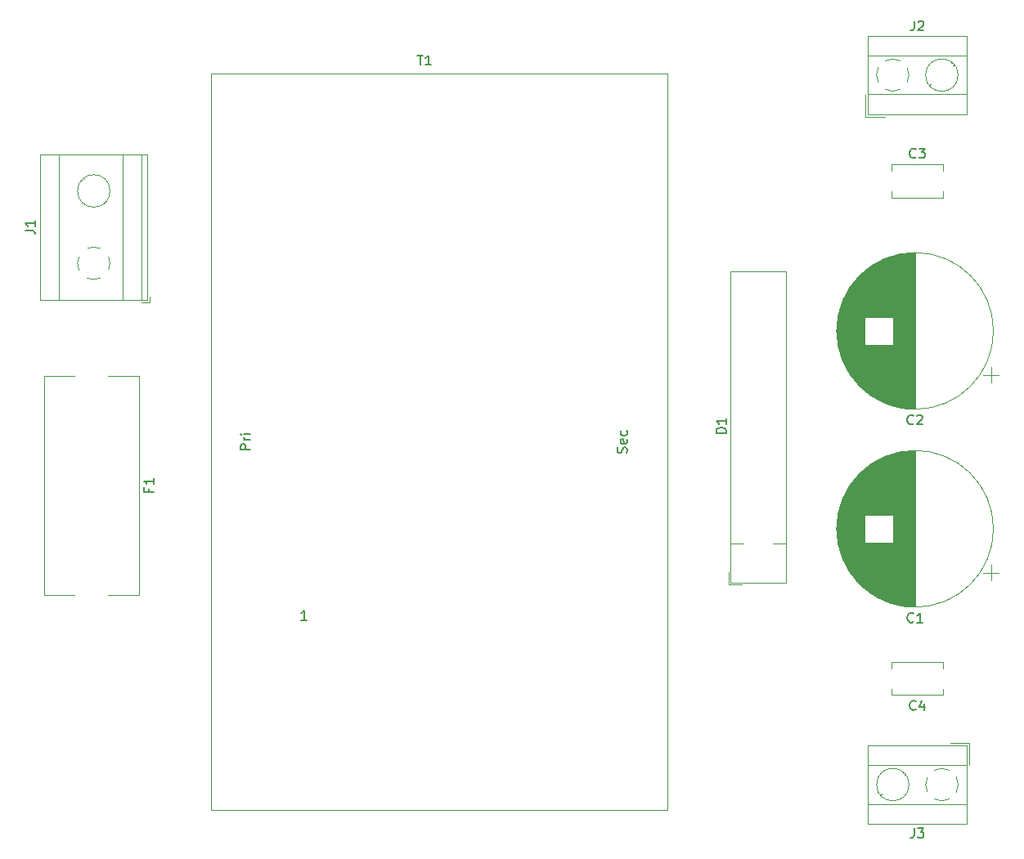
<source format=gbr>
%TF.GenerationSoftware,KiCad,Pcbnew,(6.0.2)*%
%TF.CreationDate,2022-12-31T16:00:28+03:00*%
%TF.ProjectId,mcuPower,6d637550-6f77-4657-922e-6b696361645f,rev?*%
%TF.SameCoordinates,Original*%
%TF.FileFunction,Legend,Top*%
%TF.FilePolarity,Positive*%
%FSLAX46Y46*%
G04 Gerber Fmt 4.6, Leading zero omitted, Abs format (unit mm)*
G04 Created by KiCad (PCBNEW (6.0.2)) date 2022-12-31 16:00:28*
%MOMM*%
%LPD*%
G01*
G04 APERTURE LIST*
%ADD10C,0.150000*%
%ADD11C,0.120000*%
G04 APERTURE END LIST*
D10*
%TO.C,C4*%
X140333333Y-124707142D02*
X140285714Y-124754761D01*
X140142857Y-124802380D01*
X140047619Y-124802380D01*
X139904761Y-124754761D01*
X139809523Y-124659523D01*
X139761904Y-124564285D01*
X139714285Y-124373809D01*
X139714285Y-124230952D01*
X139761904Y-124040476D01*
X139809523Y-123945238D01*
X139904761Y-123850000D01*
X140047619Y-123802380D01*
X140142857Y-123802380D01*
X140285714Y-123850000D01*
X140333333Y-123897619D01*
X141190476Y-124135714D02*
X141190476Y-124802380D01*
X140952380Y-123754761D02*
X140714285Y-124469047D01*
X141333333Y-124469047D01*
%TO.C,T1*%
X88738095Y-56952380D02*
X89309523Y-56952380D01*
X89023809Y-57952380D02*
X89023809Y-56952380D01*
X90166666Y-57952380D02*
X89595238Y-57952380D01*
X89880952Y-57952380D02*
X89880952Y-56952380D01*
X89785714Y-57095238D01*
X89690476Y-57190476D01*
X89595238Y-57238095D01*
X71452380Y-97809523D02*
X70452380Y-97809523D01*
X70452380Y-97428571D01*
X70500000Y-97333333D01*
X70547619Y-97285714D01*
X70642857Y-97238095D01*
X70785714Y-97238095D01*
X70880952Y-97285714D01*
X70928571Y-97333333D01*
X70976190Y-97428571D01*
X70976190Y-97809523D01*
X71452380Y-96809523D02*
X70785714Y-96809523D01*
X70976190Y-96809523D02*
X70880952Y-96761904D01*
X70833333Y-96714285D01*
X70785714Y-96619047D01*
X70785714Y-96523809D01*
X71452380Y-96190476D02*
X70785714Y-96190476D01*
X70452380Y-96190476D02*
X70500000Y-96238095D01*
X70547619Y-96190476D01*
X70500000Y-96142857D01*
X70452380Y-96190476D01*
X70547619Y-96190476D01*
X110404761Y-98142857D02*
X110452380Y-98000000D01*
X110452380Y-97761904D01*
X110404761Y-97666666D01*
X110357142Y-97619047D01*
X110261904Y-97571428D01*
X110166666Y-97571428D01*
X110071428Y-97619047D01*
X110023809Y-97666666D01*
X109976190Y-97761904D01*
X109928571Y-97952380D01*
X109880952Y-98047619D01*
X109833333Y-98095238D01*
X109738095Y-98142857D01*
X109642857Y-98142857D01*
X109547619Y-98095238D01*
X109500000Y-98047619D01*
X109452380Y-97952380D01*
X109452380Y-97714285D01*
X109500000Y-97571428D01*
X110404761Y-96761904D02*
X110452380Y-96857142D01*
X110452380Y-97047619D01*
X110404761Y-97142857D01*
X110309523Y-97190476D01*
X109928571Y-97190476D01*
X109833333Y-97142857D01*
X109785714Y-97047619D01*
X109785714Y-96857142D01*
X109833333Y-96761904D01*
X109928571Y-96714285D01*
X110023809Y-96714285D01*
X110119047Y-97190476D01*
X110404761Y-95857142D02*
X110452380Y-95952380D01*
X110452380Y-96142857D01*
X110404761Y-96238095D01*
X110357142Y-96285714D01*
X110261904Y-96333333D01*
X109976190Y-96333333D01*
X109880952Y-96285714D01*
X109833333Y-96238095D01*
X109785714Y-96142857D01*
X109785714Y-95952380D01*
X109833333Y-95857142D01*
X77285714Y-115452380D02*
X76714285Y-115452380D01*
X77000000Y-115452380D02*
X77000000Y-114452380D01*
X76904761Y-114595238D01*
X76809523Y-114690476D01*
X76714285Y-114738095D01*
%TO.C,J3*%
X140171666Y-137012380D02*
X140171666Y-137726666D01*
X140124047Y-137869523D01*
X140028809Y-137964761D01*
X139885952Y-138012380D01*
X139790714Y-138012380D01*
X140552619Y-137012380D02*
X141171666Y-137012380D01*
X140838333Y-137393333D01*
X140981190Y-137393333D01*
X141076428Y-137440952D01*
X141124047Y-137488571D01*
X141171666Y-137583809D01*
X141171666Y-137821904D01*
X141124047Y-137917142D01*
X141076428Y-137964761D01*
X140981190Y-138012380D01*
X140695476Y-138012380D01*
X140600238Y-137964761D01*
X140552619Y-137917142D01*
%TO.C,J2*%
X140161666Y-53392380D02*
X140161666Y-54106666D01*
X140114047Y-54249523D01*
X140018809Y-54344761D01*
X139875952Y-54392380D01*
X139780714Y-54392380D01*
X140590238Y-53487619D02*
X140637857Y-53440000D01*
X140733095Y-53392380D01*
X140971190Y-53392380D01*
X141066428Y-53440000D01*
X141114047Y-53487619D01*
X141161666Y-53582857D01*
X141161666Y-53678095D01*
X141114047Y-53820952D01*
X140542619Y-54392380D01*
X141161666Y-54392380D01*
%TO.C,J1*%
X48142380Y-75083333D02*
X48856666Y-75083333D01*
X48999523Y-75130952D01*
X49094761Y-75226190D01*
X49142380Y-75369047D01*
X49142380Y-75464285D01*
X49142380Y-74083333D02*
X49142380Y-74654761D01*
X49142380Y-74369047D02*
X48142380Y-74369047D01*
X48285238Y-74464285D01*
X48380476Y-74559523D01*
X48428095Y-74654761D01*
%TO.C,F1*%
X60928571Y-101833333D02*
X60928571Y-102166666D01*
X61452380Y-102166666D02*
X60452380Y-102166666D01*
X60452380Y-101690476D01*
X61452380Y-100785714D02*
X61452380Y-101357142D01*
X61452380Y-101071428D02*
X60452380Y-101071428D01*
X60595238Y-101166666D01*
X60690476Y-101261904D01*
X60738095Y-101357142D01*
%TO.C,D1*%
X120694880Y-96095595D02*
X119694880Y-96095595D01*
X119694880Y-95857500D01*
X119742500Y-95714642D01*
X119837738Y-95619404D01*
X119932976Y-95571785D01*
X120123452Y-95524166D01*
X120266309Y-95524166D01*
X120456785Y-95571785D01*
X120552023Y-95619404D01*
X120647261Y-95714642D01*
X120694880Y-95857500D01*
X120694880Y-96095595D01*
X120694880Y-94571785D02*
X120694880Y-95143214D01*
X120694880Y-94857500D02*
X119694880Y-94857500D01*
X119837738Y-94952738D01*
X119932976Y-95047976D01*
X119980595Y-95143214D01*
%TO.C,C3*%
X140333333Y-67507142D02*
X140285714Y-67554761D01*
X140142857Y-67602380D01*
X140047619Y-67602380D01*
X139904761Y-67554761D01*
X139809523Y-67459523D01*
X139761904Y-67364285D01*
X139714285Y-67173809D01*
X139714285Y-67030952D01*
X139761904Y-66840476D01*
X139809523Y-66745238D01*
X139904761Y-66650000D01*
X140047619Y-66602380D01*
X140142857Y-66602380D01*
X140285714Y-66650000D01*
X140333333Y-66697619D01*
X140666666Y-66602380D02*
X141285714Y-66602380D01*
X140952380Y-66983333D01*
X141095238Y-66983333D01*
X141190476Y-67030952D01*
X141238095Y-67078571D01*
X141285714Y-67173809D01*
X141285714Y-67411904D01*
X141238095Y-67507142D01*
X141190476Y-67554761D01*
X141095238Y-67602380D01*
X140809523Y-67602380D01*
X140714285Y-67554761D01*
X140666666Y-67507142D01*
%TO.C,C2*%
X140096088Y-95107142D02*
X140048469Y-95154761D01*
X139905612Y-95202380D01*
X139810374Y-95202380D01*
X139667516Y-95154761D01*
X139572278Y-95059523D01*
X139524659Y-94964285D01*
X139477040Y-94773809D01*
X139477040Y-94630952D01*
X139524659Y-94440476D01*
X139572278Y-94345238D01*
X139667516Y-94250000D01*
X139810374Y-94202380D01*
X139905612Y-94202380D01*
X140048469Y-94250000D01*
X140096088Y-94297619D01*
X140477040Y-94297619D02*
X140524659Y-94250000D01*
X140619897Y-94202380D01*
X140857993Y-94202380D01*
X140953231Y-94250000D01*
X141000850Y-94297619D01*
X141048469Y-94392857D01*
X141048469Y-94488095D01*
X141000850Y-94630952D01*
X140429421Y-95202380D01*
X141048469Y-95202380D01*
%TO.C,C1*%
X140096088Y-115607142D02*
X140048469Y-115654761D01*
X139905612Y-115702380D01*
X139810374Y-115702380D01*
X139667516Y-115654761D01*
X139572278Y-115559523D01*
X139524659Y-115464285D01*
X139477040Y-115273809D01*
X139477040Y-115130952D01*
X139524659Y-114940476D01*
X139572278Y-114845238D01*
X139667516Y-114750000D01*
X139810374Y-114702380D01*
X139905612Y-114702380D01*
X140048469Y-114750000D01*
X140096088Y-114797619D01*
X141048469Y-115702380D02*
X140477040Y-115702380D01*
X140762755Y-115702380D02*
X140762755Y-114702380D01*
X140667516Y-114845238D01*
X140572278Y-114940476D01*
X140477040Y-114988095D01*
D11*
%TO.C,C4*%
X143170000Y-123221000D02*
X143170000Y-122555000D01*
X137830000Y-123221000D02*
X137830000Y-122555000D01*
X137830000Y-120445000D02*
X137830000Y-119779000D01*
X143170000Y-123221000D02*
X137830000Y-123221000D01*
X143170000Y-120445000D02*
X143170000Y-119779000D01*
X143170000Y-119779000D02*
X137830000Y-119779000D01*
%TO.C,T1*%
X67380000Y-58880000D02*
X67380000Y-135120000D01*
X114620000Y-135120000D02*
X67380000Y-135120000D01*
X114620000Y-135120000D02*
X114620000Y-58880000D01*
X67380000Y-58880000D02*
X114620000Y-58880000D01*
%TO.C,J3*%
X145885000Y-128200000D02*
X143885000Y-128200000D01*
X139145000Y-131524000D02*
X139239000Y-131431000D01*
X145645000Y-130500000D02*
X135365000Y-130500000D01*
X145645000Y-128440000D02*
X135365000Y-128440000D01*
X138975000Y-131284000D02*
X139034000Y-131226000D01*
X145645000Y-136560000D02*
X145645000Y-128440000D01*
X135365000Y-136560000D02*
X135365000Y-128440000D01*
X145645000Y-136560000D02*
X135365000Y-136560000D01*
X136690000Y-133569000D02*
X136784000Y-133476000D01*
X145645000Y-134500000D02*
X135365000Y-134500000D01*
X136895000Y-133775000D02*
X136954000Y-133716000D01*
X145885000Y-130440000D02*
X145885000Y-128200000D01*
X143045000Y-130820000D02*
G75*
G03*
X142256288Y-131016648I-2J-1679991D01*
G01*
X144529000Y-133289000D02*
G75*
G03*
X144528953Y-131710911I-1483995J789000D01*
G01*
X141561000Y-131711000D02*
G75*
G03*
X141561047Y-133289089I1483995J-789000D01*
G01*
X142256000Y-133984000D02*
G75*
G03*
X143834089Y-133983953I789000J1483995D01*
G01*
X143834000Y-131016000D02*
G75*
G03*
X143015617Y-130819550I-788998J-1483995D01*
G01*
X139645000Y-132500000D02*
G75*
G03*
X139645000Y-132500000I-1680000J0D01*
G01*
%TO.C,J2*%
X135115000Y-63300000D02*
X137115000Y-63300000D01*
X141855000Y-59976000D02*
X141761000Y-60069000D01*
X135355000Y-61000000D02*
X145635000Y-61000000D01*
X135355000Y-63060000D02*
X145635000Y-63060000D01*
X142025000Y-60216000D02*
X141966000Y-60274000D01*
X135355000Y-54940000D02*
X135355000Y-63060000D01*
X145635000Y-54940000D02*
X145635000Y-63060000D01*
X135355000Y-54940000D02*
X145635000Y-54940000D01*
X144310000Y-57931000D02*
X144216000Y-58024000D01*
X135355000Y-57000000D02*
X145635000Y-57000000D01*
X144105000Y-57725000D02*
X144046000Y-57784000D01*
X135115000Y-61060000D02*
X135115000Y-63300000D01*
X137955000Y-60680000D02*
G75*
G03*
X138743712Y-60483352I2J1679991D01*
G01*
X136471000Y-58211000D02*
G75*
G03*
X136471047Y-59789089I1483995J-789000D01*
G01*
X139439000Y-59789000D02*
G75*
G03*
X139438953Y-58210911I-1483995J789000D01*
G01*
X138744000Y-57516000D02*
G75*
G03*
X137165911Y-57516047I-789000J-1483995D01*
G01*
X137166000Y-60484000D02*
G75*
G03*
X137984383Y-60680450I788998J1483995D01*
G01*
X144715000Y-59000000D02*
G75*
G03*
X144715000Y-59000000I-1680000J0D01*
G01*
%TO.C,J1*%
X60150000Y-82310000D02*
X60150000Y-67190000D01*
X58250000Y-82310000D02*
X58250000Y-67190000D01*
X49690000Y-82310000D02*
X60810000Y-82310000D01*
X49690000Y-67190000D02*
X60810000Y-67190000D01*
X49690000Y-82310000D02*
X49690000Y-67190000D01*
X51650000Y-82310000D02*
X51650000Y-67190000D01*
X60210000Y-82550000D02*
X61050000Y-82550000D01*
X61050000Y-82550000D02*
X61050000Y-81950000D01*
X60810000Y-82310000D02*
X60810000Y-67190000D01*
X56273000Y-72227000D02*
X56319000Y-72274000D01*
X54181000Y-69725000D02*
X54227000Y-69772000D01*
X53975000Y-69930000D02*
X54011000Y-69965000D01*
X56489000Y-72034000D02*
X56524000Y-72069000D01*
X56930000Y-78500000D02*
G75*
G03*
X56784756Y-77816682I-1679992J1D01*
G01*
X55934000Y-76965000D02*
G75*
G03*
X54566958Y-76964573I-684001J-1534993D01*
G01*
X56785000Y-79184000D02*
G75*
G03*
X56930253Y-78471195I-1535001J683999D01*
G01*
X53715000Y-77816000D02*
G75*
G03*
X53714573Y-79183042I1534993J-684001D01*
G01*
X54566000Y-80035000D02*
G75*
G03*
X55933042Y-80035427I684001J1534993D01*
G01*
X56930000Y-71000000D02*
G75*
G03*
X56930000Y-71000000I-1680000J0D01*
G01*
%TO.C,F1*%
X56750000Y-112860000D02*
X59910000Y-112860000D01*
X56750000Y-90140000D02*
X59910000Y-90140000D01*
X50090000Y-90140000D02*
X53250000Y-90140000D01*
X50090000Y-112860000D02*
X53250000Y-112860000D01*
X50090000Y-90140000D02*
X50090000Y-112860000D01*
X59910000Y-90140000D02*
X59910000Y-112860000D01*
%TO.C,D1*%
X121142500Y-79357500D02*
X126942500Y-79357500D01*
X121142500Y-107507500D02*
X122542500Y-107507500D01*
X126942500Y-107507500D02*
X125542500Y-107507500D01*
X121142500Y-111557500D02*
X121142500Y-79357500D01*
X122342500Y-111757500D02*
X120942500Y-111757500D01*
X120942500Y-111757500D02*
X120942500Y-110457500D01*
X126942500Y-79357500D02*
X126942500Y-111557500D01*
X126942500Y-111557500D02*
X121142500Y-111557500D01*
%TO.C,C3*%
X137830000Y-68279000D02*
X137830000Y-68945000D01*
X143170000Y-68279000D02*
X143170000Y-68945000D01*
X143170000Y-71055000D02*
X143170000Y-71721000D01*
X137830000Y-68279000D02*
X143170000Y-68279000D01*
X137830000Y-71055000D02*
X137830000Y-71721000D01*
X137830000Y-71721000D02*
X143170000Y-71721000D01*
%TO.C,C2*%
X148382755Y-85500000D02*
G75*
G03*
X148382755Y-85500000I-8120000J0D01*
G01*
X136101755Y-84060000D02*
X136101755Y-78566000D01*
X134461755Y-91143000D02*
X134461755Y-79857000D01*
X136661755Y-92739000D02*
X136661755Y-86940000D01*
X137341755Y-84060000D02*
X137341755Y-77963000D01*
X137581755Y-93125000D02*
X137581755Y-86940000D01*
X136541755Y-92678000D02*
X136541755Y-86940000D01*
X134021755Y-90656000D02*
X134021755Y-80344000D01*
X132741755Y-88524000D02*
X132741755Y-82476000D01*
X137421755Y-84060000D02*
X137421755Y-77932000D01*
X135461755Y-92010000D02*
X135461755Y-86940000D01*
X140142755Y-93580000D02*
X140142755Y-77420000D01*
X132421755Y-87574000D02*
X132421755Y-83426000D01*
X139301755Y-93524000D02*
X139301755Y-77476000D01*
X135901755Y-84060000D02*
X135901755Y-78689000D01*
X132341755Y-87252000D02*
X132341755Y-83748000D01*
X137741755Y-84060000D02*
X137741755Y-77820000D01*
X133981755Y-90608000D02*
X133981755Y-80392000D01*
X135421755Y-91980000D02*
X135421755Y-86940000D01*
X138981755Y-93479000D02*
X138981755Y-77521000D01*
X139501755Y-93545000D02*
X139501755Y-77455000D01*
X139902755Y-93573000D02*
X139902755Y-77427000D01*
X136461755Y-92636000D02*
X136461755Y-86940000D01*
X135141755Y-91763000D02*
X135141755Y-86940000D01*
X132941755Y-88975000D02*
X132941755Y-82025000D01*
X136301755Y-92549000D02*
X136301755Y-86940000D01*
X135581755Y-84060000D02*
X135581755Y-78904000D01*
X133701755Y-90246000D02*
X133701755Y-80754000D01*
X135541755Y-92068000D02*
X135541755Y-86940000D01*
X132821755Y-88713000D02*
X132821755Y-82287000D01*
X148952246Y-90055000D02*
X147352246Y-90055000D01*
X132541755Y-87978000D02*
X132541755Y-83022000D01*
X136421755Y-84060000D02*
X136421755Y-78385000D01*
X136141755Y-92458000D02*
X136141755Y-86940000D01*
X137141755Y-84060000D02*
X137141755Y-78043000D01*
X132381755Y-87420000D02*
X132381755Y-83580000D01*
X135861755Y-92285000D02*
X135861755Y-86940000D01*
X139421755Y-93537000D02*
X139421755Y-77463000D01*
X138781755Y-93444000D02*
X138781755Y-77556000D01*
X132181755Y-86265000D02*
X132181755Y-84735000D01*
X139662755Y-93558000D02*
X139662755Y-77442000D01*
X135901755Y-92311000D02*
X135901755Y-86940000D01*
X136101755Y-92434000D02*
X136101755Y-86940000D01*
X139822755Y-93569000D02*
X139822755Y-77431000D01*
X138901755Y-93466000D02*
X138901755Y-77534000D01*
X137901755Y-84060000D02*
X137901755Y-77770000D01*
X140262755Y-93581000D02*
X140262755Y-77419000D01*
X139021755Y-93485000D02*
X139021755Y-77515000D01*
X132661755Y-88320000D02*
X132661755Y-82680000D01*
X139061755Y-93491000D02*
X139061755Y-77509000D01*
X133581755Y-90077000D02*
X133581755Y-80923000D01*
X137861755Y-84060000D02*
X137861755Y-77782000D01*
X135341755Y-84060000D02*
X135341755Y-79080000D01*
X138181755Y-93310000D02*
X138181755Y-77690000D01*
X137661755Y-93153000D02*
X137661755Y-86940000D01*
X136981755Y-84060000D02*
X136981755Y-78111000D01*
X139942755Y-93574000D02*
X139942755Y-77426000D01*
X139261755Y-93519000D02*
X139261755Y-77481000D01*
X135101755Y-84060000D02*
X135101755Y-79270000D01*
X135701755Y-84060000D02*
X135701755Y-78821000D01*
X136341755Y-92572000D02*
X136341755Y-86940000D01*
X133781755Y-90354000D02*
X133781755Y-80646000D01*
X135181755Y-84060000D02*
X135181755Y-79205000D01*
X138021755Y-93265000D02*
X138021755Y-77735000D01*
X135621755Y-84060000D02*
X135621755Y-78876000D01*
X136581755Y-92699000D02*
X136581755Y-86940000D01*
X138461755Y-93378000D02*
X138461755Y-77622000D01*
X137421755Y-93068000D02*
X137421755Y-86940000D01*
X132901755Y-88890000D02*
X132901755Y-82110000D01*
X132621755Y-88211000D02*
X132621755Y-82789000D01*
X137581755Y-84060000D02*
X137581755Y-77875000D01*
X135741755Y-92206000D02*
X135741755Y-86940000D01*
X134621755Y-91302000D02*
X134621755Y-79698000D01*
X135381755Y-91950000D02*
X135381755Y-86940000D01*
X136141755Y-84060000D02*
X136141755Y-78542000D01*
X134781755Y-91452000D02*
X134781755Y-79548000D01*
X139541755Y-93549000D02*
X139541755Y-77451000D01*
X137781755Y-93193000D02*
X137781755Y-86940000D01*
X137341755Y-93037000D02*
X137341755Y-86940000D01*
X139341755Y-93528000D02*
X139341755Y-77472000D01*
X138221755Y-93320000D02*
X138221755Y-77680000D01*
X135981755Y-92361000D02*
X135981755Y-86940000D01*
X135301755Y-84060000D02*
X135301755Y-79110000D01*
X138941755Y-93472000D02*
X138941755Y-77528000D01*
X137301755Y-84060000D02*
X137301755Y-77978000D01*
X137661755Y-84060000D02*
X137661755Y-77847000D01*
X133821755Y-90406000D02*
X133821755Y-80594000D01*
X135221755Y-84060000D02*
X135221755Y-79173000D01*
X133181755Y-89436000D02*
X133181755Y-81564000D01*
X136181755Y-84060000D02*
X136181755Y-78519000D01*
X133541755Y-90019000D02*
X133541755Y-80981000D01*
X133941755Y-90559000D02*
X133941755Y-80441000D01*
X133341755Y-89709000D02*
X133341755Y-81291000D01*
X134741755Y-91416000D02*
X134741755Y-79584000D01*
X135821755Y-92259000D02*
X135821755Y-86940000D01*
X137141755Y-92957000D02*
X137141755Y-86940000D01*
X133221755Y-89507000D02*
X133221755Y-81493000D01*
X139381755Y-93533000D02*
X139381755Y-77467000D01*
X134901755Y-91560000D02*
X134901755Y-79440000D01*
X138621755Y-93413000D02*
X138621755Y-77587000D01*
X137221755Y-84060000D02*
X137221755Y-78010000D01*
X138701755Y-93429000D02*
X138701755Y-77571000D01*
X136781755Y-92797000D02*
X136781755Y-86940000D01*
X136941755Y-84060000D02*
X136941755Y-78129000D01*
X136221755Y-92504000D02*
X136221755Y-86940000D01*
X134301755Y-90975000D02*
X134301755Y-80025000D01*
X139862755Y-93571000D02*
X139862755Y-77429000D01*
X138741755Y-93437000D02*
X138741755Y-77563000D01*
X139181755Y-93508000D02*
X139181755Y-77492000D01*
X135661755Y-84060000D02*
X135661755Y-78848000D01*
X133741755Y-90300000D02*
X133741755Y-80700000D01*
X136581755Y-84060000D02*
X136581755Y-78301000D01*
X133301755Y-89643000D02*
X133301755Y-81357000D01*
X134941755Y-91595000D02*
X134941755Y-79405000D01*
X136461755Y-84060000D02*
X136461755Y-78364000D01*
X136061755Y-84060000D02*
X136061755Y-78590000D01*
X135621755Y-92124000D02*
X135621755Y-86940000D01*
X134141755Y-90797000D02*
X134141755Y-80203000D01*
X135261755Y-91858000D02*
X135261755Y-86940000D01*
X139141755Y-93503000D02*
X139141755Y-77497000D01*
X136701755Y-92758000D02*
X136701755Y-86940000D01*
X137821755Y-84060000D02*
X137821755Y-77795000D01*
X133261755Y-89576000D02*
X133261755Y-81424000D01*
X137781755Y-84060000D02*
X137781755Y-77807000D01*
X133621755Y-90134000D02*
X133621755Y-80866000D01*
X135421755Y-84060000D02*
X135421755Y-79020000D01*
X132981755Y-89057000D02*
X132981755Y-81943000D01*
X137901755Y-93230000D02*
X137901755Y-86940000D01*
X135501755Y-92039000D02*
X135501755Y-86940000D01*
X136741755Y-84060000D02*
X136741755Y-78222000D01*
X137181755Y-92974000D02*
X137181755Y-86940000D01*
X137261755Y-93006000D02*
X137261755Y-86940000D01*
X136701755Y-84060000D02*
X136701755Y-78242000D01*
X136381755Y-92594000D02*
X136381755Y-86940000D01*
X140182755Y-93580000D02*
X140182755Y-77420000D01*
X137101755Y-84060000D02*
X137101755Y-78060000D01*
X135381755Y-84060000D02*
X135381755Y-79050000D01*
X136821755Y-92816000D02*
X136821755Y-86940000D01*
X137701755Y-84060000D02*
X137701755Y-77834000D01*
X132861755Y-88803000D02*
X132861755Y-82197000D01*
X136981755Y-92889000D02*
X136981755Y-86940000D01*
X132501755Y-87851000D02*
X132501755Y-83149000D01*
X135301755Y-91890000D02*
X135301755Y-86940000D01*
X135941755Y-84060000D02*
X135941755Y-78664000D01*
X136501755Y-92657000D02*
X136501755Y-86940000D01*
X139101755Y-93497000D02*
X139101755Y-77503000D01*
X134581755Y-91263000D02*
X134581755Y-79737000D01*
X138501755Y-93387000D02*
X138501755Y-77613000D01*
X139582755Y-93552000D02*
X139582755Y-77448000D01*
X135741755Y-84060000D02*
X135741755Y-78794000D01*
X133101755Y-89290000D02*
X133101755Y-81710000D01*
X134261755Y-90932000D02*
X134261755Y-80068000D01*
X133661755Y-90191000D02*
X133661755Y-80809000D01*
X135181755Y-91795000D02*
X135181755Y-86940000D01*
X138821755Y-93452000D02*
X138821755Y-77548000D01*
X136621755Y-92719000D02*
X136621755Y-86940000D01*
X132781755Y-88620000D02*
X132781755Y-82380000D01*
X136301755Y-84060000D02*
X136301755Y-78451000D01*
X136181755Y-92481000D02*
X136181755Y-86940000D01*
X135461755Y-84060000D02*
X135461755Y-78990000D01*
X135781755Y-84060000D02*
X135781755Y-78767000D01*
X139622755Y-93555000D02*
X139622755Y-77445000D01*
X134981755Y-91629000D02*
X134981755Y-79371000D01*
X137061755Y-92923000D02*
X137061755Y-86940000D01*
X134101755Y-90751000D02*
X134101755Y-80249000D01*
X138661755Y-93421000D02*
X138661755Y-77579000D01*
X137221755Y-92990000D02*
X137221755Y-86940000D01*
X138261755Y-93330000D02*
X138261755Y-77670000D01*
X137541755Y-93111000D02*
X137541755Y-86940000D01*
X133141755Y-89364000D02*
X133141755Y-81636000D01*
X133061755Y-89215000D02*
X133061755Y-81785000D01*
X134221755Y-90888000D02*
X134221755Y-80112000D01*
X133021755Y-89137000D02*
X133021755Y-81863000D01*
X140062755Y-93578000D02*
X140062755Y-77422000D01*
X134381755Y-91060000D02*
X134381755Y-79940000D01*
X134061755Y-90704000D02*
X134061755Y-80296000D01*
X137381755Y-84060000D02*
X137381755Y-77947000D01*
X132301755Y-87064000D02*
X132301755Y-83936000D01*
X140102755Y-93579000D02*
X140102755Y-77421000D01*
X137381755Y-93053000D02*
X137381755Y-86940000D01*
X136941755Y-92871000D02*
X136941755Y-86940000D01*
X136341755Y-84060000D02*
X136341755Y-78428000D01*
X135781755Y-92233000D02*
X135781755Y-86940000D01*
X134701755Y-91378000D02*
X134701755Y-79622000D01*
X137621755Y-93139000D02*
X137621755Y-86940000D01*
X135581755Y-92096000D02*
X135581755Y-86940000D01*
X137941755Y-84060000D02*
X137941755Y-77758000D01*
X137741755Y-93180000D02*
X137741755Y-86940000D01*
X134181755Y-90843000D02*
X134181755Y-80157000D01*
X135221755Y-91827000D02*
X135221755Y-86940000D01*
X137101755Y-92940000D02*
X137101755Y-86940000D01*
X135261755Y-84060000D02*
X135261755Y-79142000D01*
X135501755Y-84060000D02*
X135501755Y-78961000D01*
X132221755Y-86598000D02*
X132221755Y-84402000D01*
X136381755Y-84060000D02*
X136381755Y-78406000D01*
X134501755Y-91184000D02*
X134501755Y-79816000D01*
X135021755Y-91663000D02*
X135021755Y-79337000D01*
X139742755Y-93564000D02*
X139742755Y-77436000D01*
X137941755Y-93242000D02*
X137941755Y-86940000D01*
X137501755Y-93097000D02*
X137501755Y-86940000D01*
X133901755Y-90509000D02*
X133901755Y-80491000D01*
X135701755Y-92179000D02*
X135701755Y-86940000D01*
X133861755Y-90458000D02*
X133861755Y-80542000D01*
X139782755Y-93566000D02*
X139782755Y-77434000D01*
X138061755Y-93277000D02*
X138061755Y-77723000D01*
X138101755Y-93288000D02*
X138101755Y-77712000D01*
X137061755Y-84060000D02*
X137061755Y-78077000D01*
X140022755Y-93577000D02*
X140022755Y-77423000D01*
X135101755Y-91730000D02*
X135101755Y-86940000D01*
X135541755Y-84060000D02*
X135541755Y-78932000D01*
X135981755Y-84060000D02*
X135981755Y-78639000D01*
X139221755Y-93514000D02*
X139221755Y-77486000D01*
X139461755Y-93541000D02*
X139461755Y-77459000D01*
X137461755Y-93082000D02*
X137461755Y-86940000D01*
X134821755Y-91489000D02*
X134821755Y-79511000D01*
X135861755Y-84060000D02*
X135861755Y-78715000D01*
X132701755Y-88424000D02*
X132701755Y-82576000D01*
X133501755Y-89959000D02*
X133501755Y-81041000D01*
X137021755Y-92906000D02*
X137021755Y-86940000D01*
X135941755Y-92336000D02*
X135941755Y-86940000D01*
X138541755Y-93396000D02*
X138541755Y-77604000D01*
X137301755Y-93022000D02*
X137301755Y-86940000D01*
X136061755Y-92410000D02*
X136061755Y-86940000D01*
X136901755Y-84060000D02*
X136901755Y-78147000D01*
X137861755Y-93218000D02*
X137861755Y-86940000D01*
X135661755Y-92152000D02*
X135661755Y-86940000D01*
X132581755Y-88097000D02*
X132581755Y-82903000D01*
X148152246Y-90855000D02*
X148152246Y-89255000D01*
X136421755Y-92615000D02*
X136421755Y-86940000D01*
X137621755Y-84060000D02*
X137621755Y-77861000D01*
X134341755Y-91018000D02*
X134341755Y-79982000D01*
X136861755Y-92834000D02*
X136861755Y-86940000D01*
X133421755Y-89836000D02*
X133421755Y-81164000D01*
X134541755Y-91224000D02*
X134541755Y-79776000D01*
X139982755Y-93576000D02*
X139982755Y-77424000D01*
X138861755Y-93459000D02*
X138861755Y-77541000D01*
X136501755Y-84060000D02*
X136501755Y-78343000D01*
X137701755Y-93166000D02*
X137701755Y-86940000D01*
X139702755Y-93561000D02*
X139702755Y-77439000D01*
X136261755Y-92527000D02*
X136261755Y-86940000D01*
X137501755Y-84060000D02*
X137501755Y-77903000D01*
X135341755Y-91920000D02*
X135341755Y-86940000D01*
X136541755Y-84060000D02*
X136541755Y-78322000D01*
X136661755Y-84060000D02*
X136661755Y-78261000D01*
X137981755Y-93254000D02*
X137981755Y-77746000D01*
X132261755Y-86851000D02*
X132261755Y-84149000D01*
X137461755Y-84060000D02*
X137461755Y-77918000D01*
X136781755Y-84060000D02*
X136781755Y-78203000D01*
X134421755Y-91102000D02*
X134421755Y-79898000D01*
X136261755Y-84060000D02*
X136261755Y-78473000D01*
X134661755Y-91340000D02*
X134661755Y-79660000D01*
X135141755Y-84060000D02*
X135141755Y-79237000D01*
X137821755Y-93205000D02*
X137821755Y-86940000D01*
X136861755Y-84060000D02*
X136861755Y-78166000D01*
X133461755Y-89898000D02*
X133461755Y-81102000D01*
X138301755Y-93340000D02*
X138301755Y-77660000D01*
X137181755Y-84060000D02*
X137181755Y-78026000D01*
X134861755Y-91525000D02*
X134861755Y-79475000D01*
X137261755Y-84060000D02*
X137261755Y-77994000D01*
X140222755Y-93580000D02*
X140222755Y-77420000D01*
X136621755Y-84060000D02*
X136621755Y-78281000D01*
X133381755Y-89773000D02*
X133381755Y-81227000D01*
X137541755Y-84060000D02*
X137541755Y-77889000D01*
X136021755Y-84060000D02*
X136021755Y-78614000D01*
X132461755Y-87718000D02*
X132461755Y-83282000D01*
X137021755Y-84060000D02*
X137021755Y-78094000D01*
X138141755Y-93299000D02*
X138141755Y-77701000D01*
X135061755Y-91697000D02*
X135061755Y-79303000D01*
X136821755Y-84060000D02*
X136821755Y-78184000D01*
X136741755Y-92778000D02*
X136741755Y-86940000D01*
X138581755Y-93405000D02*
X138581755Y-77595000D01*
X136021755Y-92386000D02*
X136021755Y-86940000D01*
X136221755Y-84060000D02*
X136221755Y-78496000D01*
X138341755Y-93350000D02*
X138341755Y-77650000D01*
X138381755Y-93360000D02*
X138381755Y-77640000D01*
X138421755Y-93369000D02*
X138421755Y-77631000D01*
X136901755Y-92853000D02*
X136901755Y-86940000D01*
X135821755Y-84060000D02*
X135821755Y-78741000D01*
%TO.C,C1*%
X135821755Y-104560000D02*
X135821755Y-99241000D01*
X136901755Y-113353000D02*
X136901755Y-107440000D01*
X138421755Y-113869000D02*
X138421755Y-98131000D01*
X138381755Y-113860000D02*
X138381755Y-98140000D01*
X138341755Y-113850000D02*
X138341755Y-98150000D01*
X136221755Y-104560000D02*
X136221755Y-98996000D01*
X136021755Y-112886000D02*
X136021755Y-107440000D01*
X138581755Y-113905000D02*
X138581755Y-98095000D01*
X136741755Y-113278000D02*
X136741755Y-107440000D01*
X136821755Y-104560000D02*
X136821755Y-98684000D01*
X135061755Y-112197000D02*
X135061755Y-99803000D01*
X138141755Y-113799000D02*
X138141755Y-98201000D01*
X137021755Y-104560000D02*
X137021755Y-98594000D01*
X132461755Y-108218000D02*
X132461755Y-103782000D01*
X136021755Y-104560000D02*
X136021755Y-99114000D01*
X137541755Y-104560000D02*
X137541755Y-98389000D01*
X133381755Y-110273000D02*
X133381755Y-101727000D01*
X136621755Y-104560000D02*
X136621755Y-98781000D01*
X140222755Y-114080000D02*
X140222755Y-97920000D01*
X137261755Y-104560000D02*
X137261755Y-98494000D01*
X134861755Y-112025000D02*
X134861755Y-99975000D01*
X137181755Y-104560000D02*
X137181755Y-98526000D01*
X138301755Y-113840000D02*
X138301755Y-98160000D01*
X133461755Y-110398000D02*
X133461755Y-101602000D01*
X136861755Y-104560000D02*
X136861755Y-98666000D01*
X137821755Y-113705000D02*
X137821755Y-107440000D01*
X135141755Y-104560000D02*
X135141755Y-99737000D01*
X134661755Y-111840000D02*
X134661755Y-100160000D01*
X136261755Y-104560000D02*
X136261755Y-98973000D01*
X134421755Y-111602000D02*
X134421755Y-100398000D01*
X136781755Y-104560000D02*
X136781755Y-98703000D01*
X137461755Y-104560000D02*
X137461755Y-98418000D01*
X132261755Y-107351000D02*
X132261755Y-104649000D01*
X137981755Y-113754000D02*
X137981755Y-98246000D01*
X136661755Y-104560000D02*
X136661755Y-98761000D01*
X136541755Y-104560000D02*
X136541755Y-98822000D01*
X135341755Y-112420000D02*
X135341755Y-107440000D01*
X137501755Y-104560000D02*
X137501755Y-98403000D01*
X136261755Y-113027000D02*
X136261755Y-107440000D01*
X139702755Y-114061000D02*
X139702755Y-97939000D01*
X137701755Y-113666000D02*
X137701755Y-107440000D01*
X136501755Y-104560000D02*
X136501755Y-98843000D01*
X138861755Y-113959000D02*
X138861755Y-98041000D01*
X139982755Y-114076000D02*
X139982755Y-97924000D01*
X134541755Y-111724000D02*
X134541755Y-100276000D01*
X133421755Y-110336000D02*
X133421755Y-101664000D01*
X136861755Y-113334000D02*
X136861755Y-107440000D01*
X134341755Y-111518000D02*
X134341755Y-100482000D01*
X137621755Y-104560000D02*
X137621755Y-98361000D01*
X136421755Y-113115000D02*
X136421755Y-107440000D01*
X148152246Y-111355000D02*
X148152246Y-109755000D01*
X132581755Y-108597000D02*
X132581755Y-103403000D01*
X135661755Y-112652000D02*
X135661755Y-107440000D01*
X137861755Y-113718000D02*
X137861755Y-107440000D01*
X136901755Y-104560000D02*
X136901755Y-98647000D01*
X136061755Y-112910000D02*
X136061755Y-107440000D01*
X137301755Y-113522000D02*
X137301755Y-107440000D01*
X138541755Y-113896000D02*
X138541755Y-98104000D01*
X135941755Y-112836000D02*
X135941755Y-107440000D01*
X137021755Y-113406000D02*
X137021755Y-107440000D01*
X133501755Y-110459000D02*
X133501755Y-101541000D01*
X132701755Y-108924000D02*
X132701755Y-103076000D01*
X135861755Y-104560000D02*
X135861755Y-99215000D01*
X134821755Y-111989000D02*
X134821755Y-100011000D01*
X137461755Y-113582000D02*
X137461755Y-107440000D01*
X139461755Y-114041000D02*
X139461755Y-97959000D01*
X139221755Y-114014000D02*
X139221755Y-97986000D01*
X135981755Y-104560000D02*
X135981755Y-99139000D01*
X135541755Y-104560000D02*
X135541755Y-99432000D01*
X135101755Y-112230000D02*
X135101755Y-107440000D01*
X140022755Y-114077000D02*
X140022755Y-97923000D01*
X137061755Y-104560000D02*
X137061755Y-98577000D01*
X138101755Y-113788000D02*
X138101755Y-98212000D01*
X138061755Y-113777000D02*
X138061755Y-98223000D01*
X139782755Y-114066000D02*
X139782755Y-97934000D01*
X133861755Y-110958000D02*
X133861755Y-101042000D01*
X135701755Y-112679000D02*
X135701755Y-107440000D01*
X133901755Y-111009000D02*
X133901755Y-100991000D01*
X137501755Y-113597000D02*
X137501755Y-107440000D01*
X137941755Y-113742000D02*
X137941755Y-107440000D01*
X139742755Y-114064000D02*
X139742755Y-97936000D01*
X135021755Y-112163000D02*
X135021755Y-99837000D01*
X134501755Y-111684000D02*
X134501755Y-100316000D01*
X136381755Y-104560000D02*
X136381755Y-98906000D01*
X132221755Y-107098000D02*
X132221755Y-104902000D01*
X135501755Y-104560000D02*
X135501755Y-99461000D01*
X135261755Y-104560000D02*
X135261755Y-99642000D01*
X137101755Y-113440000D02*
X137101755Y-107440000D01*
X135221755Y-112327000D02*
X135221755Y-107440000D01*
X134181755Y-111343000D02*
X134181755Y-100657000D01*
X137741755Y-113680000D02*
X137741755Y-107440000D01*
X137941755Y-104560000D02*
X137941755Y-98258000D01*
X135581755Y-112596000D02*
X135581755Y-107440000D01*
X137621755Y-113639000D02*
X137621755Y-107440000D01*
X134701755Y-111878000D02*
X134701755Y-100122000D01*
X135781755Y-112733000D02*
X135781755Y-107440000D01*
X136341755Y-104560000D02*
X136341755Y-98928000D01*
X136941755Y-113371000D02*
X136941755Y-107440000D01*
X137381755Y-113553000D02*
X137381755Y-107440000D01*
X140102755Y-114079000D02*
X140102755Y-97921000D01*
X132301755Y-107564000D02*
X132301755Y-104436000D01*
X137381755Y-104560000D02*
X137381755Y-98447000D01*
X134061755Y-111204000D02*
X134061755Y-100796000D01*
X134381755Y-111560000D02*
X134381755Y-100440000D01*
X140062755Y-114078000D02*
X140062755Y-97922000D01*
X133021755Y-109637000D02*
X133021755Y-102363000D01*
X134221755Y-111388000D02*
X134221755Y-100612000D01*
X133061755Y-109715000D02*
X133061755Y-102285000D01*
X133141755Y-109864000D02*
X133141755Y-102136000D01*
X137541755Y-113611000D02*
X137541755Y-107440000D01*
X138261755Y-113830000D02*
X138261755Y-98170000D01*
X137221755Y-113490000D02*
X137221755Y-107440000D01*
X138661755Y-113921000D02*
X138661755Y-98079000D01*
X134101755Y-111251000D02*
X134101755Y-100749000D01*
X137061755Y-113423000D02*
X137061755Y-107440000D01*
X134981755Y-112129000D02*
X134981755Y-99871000D01*
X139622755Y-114055000D02*
X139622755Y-97945000D01*
X135781755Y-104560000D02*
X135781755Y-99267000D01*
X135461755Y-104560000D02*
X135461755Y-99490000D01*
X136181755Y-112981000D02*
X136181755Y-107440000D01*
X136301755Y-104560000D02*
X136301755Y-98951000D01*
X132781755Y-109120000D02*
X132781755Y-102880000D01*
X136621755Y-113219000D02*
X136621755Y-107440000D01*
X138821755Y-113952000D02*
X138821755Y-98048000D01*
X135181755Y-112295000D02*
X135181755Y-107440000D01*
X133661755Y-110691000D02*
X133661755Y-101309000D01*
X134261755Y-111432000D02*
X134261755Y-100568000D01*
X133101755Y-109790000D02*
X133101755Y-102210000D01*
X135741755Y-104560000D02*
X135741755Y-99294000D01*
X139582755Y-114052000D02*
X139582755Y-97948000D01*
X138501755Y-113887000D02*
X138501755Y-98113000D01*
X134581755Y-111763000D02*
X134581755Y-100237000D01*
X139101755Y-113997000D02*
X139101755Y-98003000D01*
X136501755Y-113157000D02*
X136501755Y-107440000D01*
X135941755Y-104560000D02*
X135941755Y-99164000D01*
X135301755Y-112390000D02*
X135301755Y-107440000D01*
X132501755Y-108351000D02*
X132501755Y-103649000D01*
X136981755Y-113389000D02*
X136981755Y-107440000D01*
X132861755Y-109303000D02*
X132861755Y-102697000D01*
X137701755Y-104560000D02*
X137701755Y-98334000D01*
X136821755Y-113316000D02*
X136821755Y-107440000D01*
X135381755Y-104560000D02*
X135381755Y-99550000D01*
X137101755Y-104560000D02*
X137101755Y-98560000D01*
X140182755Y-114080000D02*
X140182755Y-97920000D01*
X136381755Y-113094000D02*
X136381755Y-107440000D01*
X136701755Y-104560000D02*
X136701755Y-98742000D01*
X137261755Y-113506000D02*
X137261755Y-107440000D01*
X137181755Y-113474000D02*
X137181755Y-107440000D01*
X136741755Y-104560000D02*
X136741755Y-98722000D01*
X135501755Y-112539000D02*
X135501755Y-107440000D01*
X137901755Y-113730000D02*
X137901755Y-107440000D01*
X132981755Y-109557000D02*
X132981755Y-102443000D01*
X135421755Y-104560000D02*
X135421755Y-99520000D01*
X133621755Y-110634000D02*
X133621755Y-101366000D01*
X137781755Y-104560000D02*
X137781755Y-98307000D01*
X133261755Y-110076000D02*
X133261755Y-101924000D01*
X137821755Y-104560000D02*
X137821755Y-98295000D01*
X136701755Y-113258000D02*
X136701755Y-107440000D01*
X139141755Y-114003000D02*
X139141755Y-97997000D01*
X135261755Y-112358000D02*
X135261755Y-107440000D01*
X134141755Y-111297000D02*
X134141755Y-100703000D01*
X135621755Y-112624000D02*
X135621755Y-107440000D01*
X136061755Y-104560000D02*
X136061755Y-99090000D01*
X136461755Y-104560000D02*
X136461755Y-98864000D01*
X134941755Y-112095000D02*
X134941755Y-99905000D01*
X133301755Y-110143000D02*
X133301755Y-101857000D01*
X136581755Y-104560000D02*
X136581755Y-98801000D01*
X133741755Y-110800000D02*
X133741755Y-101200000D01*
X135661755Y-104560000D02*
X135661755Y-99348000D01*
X139181755Y-114008000D02*
X139181755Y-97992000D01*
X138741755Y-113937000D02*
X138741755Y-98063000D01*
X139862755Y-114071000D02*
X139862755Y-97929000D01*
X134301755Y-111475000D02*
X134301755Y-100525000D01*
X136221755Y-113004000D02*
X136221755Y-107440000D01*
X136941755Y-104560000D02*
X136941755Y-98629000D01*
X136781755Y-113297000D02*
X136781755Y-107440000D01*
X138701755Y-113929000D02*
X138701755Y-98071000D01*
X137221755Y-104560000D02*
X137221755Y-98510000D01*
X138621755Y-113913000D02*
X138621755Y-98087000D01*
X134901755Y-112060000D02*
X134901755Y-99940000D01*
X139381755Y-114033000D02*
X139381755Y-97967000D01*
X133221755Y-110007000D02*
X133221755Y-101993000D01*
X137141755Y-113457000D02*
X137141755Y-107440000D01*
X135821755Y-112759000D02*
X135821755Y-107440000D01*
X134741755Y-111916000D02*
X134741755Y-100084000D01*
X133341755Y-110209000D02*
X133341755Y-101791000D01*
X133941755Y-111059000D02*
X133941755Y-100941000D01*
X133541755Y-110519000D02*
X133541755Y-101481000D01*
X136181755Y-104560000D02*
X136181755Y-99019000D01*
X133181755Y-109936000D02*
X133181755Y-102064000D01*
X135221755Y-104560000D02*
X135221755Y-99673000D01*
X133821755Y-110906000D02*
X133821755Y-101094000D01*
X137661755Y-104560000D02*
X137661755Y-98347000D01*
X137301755Y-104560000D02*
X137301755Y-98478000D01*
X138941755Y-113972000D02*
X138941755Y-98028000D01*
X135301755Y-104560000D02*
X135301755Y-99610000D01*
X135981755Y-112861000D02*
X135981755Y-107440000D01*
X138221755Y-113820000D02*
X138221755Y-98180000D01*
X139341755Y-114028000D02*
X139341755Y-97972000D01*
X137341755Y-113537000D02*
X137341755Y-107440000D01*
X137781755Y-113693000D02*
X137781755Y-107440000D01*
X139541755Y-114049000D02*
X139541755Y-97951000D01*
X134781755Y-111952000D02*
X134781755Y-100048000D01*
X136141755Y-104560000D02*
X136141755Y-99042000D01*
X135381755Y-112450000D02*
X135381755Y-107440000D01*
X134621755Y-111802000D02*
X134621755Y-100198000D01*
X135741755Y-112706000D02*
X135741755Y-107440000D01*
X137581755Y-104560000D02*
X137581755Y-98375000D01*
X132621755Y-108711000D02*
X132621755Y-103289000D01*
X132901755Y-109390000D02*
X132901755Y-102610000D01*
X137421755Y-113568000D02*
X137421755Y-107440000D01*
X138461755Y-113878000D02*
X138461755Y-98122000D01*
X136581755Y-113199000D02*
X136581755Y-107440000D01*
X135621755Y-104560000D02*
X135621755Y-99376000D01*
X138021755Y-113765000D02*
X138021755Y-98235000D01*
X135181755Y-104560000D02*
X135181755Y-99705000D01*
X133781755Y-110854000D02*
X133781755Y-101146000D01*
X136341755Y-113072000D02*
X136341755Y-107440000D01*
X135701755Y-104560000D02*
X135701755Y-99321000D01*
X135101755Y-104560000D02*
X135101755Y-99770000D01*
X139261755Y-114019000D02*
X139261755Y-97981000D01*
X139942755Y-114074000D02*
X139942755Y-97926000D01*
X136981755Y-104560000D02*
X136981755Y-98611000D01*
X137661755Y-113653000D02*
X137661755Y-107440000D01*
X138181755Y-113810000D02*
X138181755Y-98190000D01*
X135341755Y-104560000D02*
X135341755Y-99580000D01*
X137861755Y-104560000D02*
X137861755Y-98282000D01*
X133581755Y-110577000D02*
X133581755Y-101423000D01*
X139061755Y-113991000D02*
X139061755Y-98009000D01*
X132661755Y-108820000D02*
X132661755Y-103180000D01*
X139021755Y-113985000D02*
X139021755Y-98015000D01*
X140262755Y-114081000D02*
X140262755Y-97919000D01*
X137901755Y-104560000D02*
X137901755Y-98270000D01*
X138901755Y-113966000D02*
X138901755Y-98034000D01*
X139822755Y-114069000D02*
X139822755Y-97931000D01*
X136101755Y-112934000D02*
X136101755Y-107440000D01*
X135901755Y-112811000D02*
X135901755Y-107440000D01*
X139662755Y-114058000D02*
X139662755Y-97942000D01*
X132181755Y-106765000D02*
X132181755Y-105235000D01*
X138781755Y-113944000D02*
X138781755Y-98056000D01*
X139421755Y-114037000D02*
X139421755Y-97963000D01*
X135861755Y-112785000D02*
X135861755Y-107440000D01*
X132381755Y-107920000D02*
X132381755Y-104080000D01*
X137141755Y-104560000D02*
X137141755Y-98543000D01*
X136141755Y-112958000D02*
X136141755Y-107440000D01*
X136421755Y-104560000D02*
X136421755Y-98885000D01*
X132541755Y-108478000D02*
X132541755Y-103522000D01*
X148952246Y-110555000D02*
X147352246Y-110555000D01*
X132821755Y-109213000D02*
X132821755Y-102787000D01*
X135541755Y-112568000D02*
X135541755Y-107440000D01*
X133701755Y-110746000D02*
X133701755Y-101254000D01*
X135581755Y-104560000D02*
X135581755Y-99404000D01*
X136301755Y-113049000D02*
X136301755Y-107440000D01*
X132941755Y-109475000D02*
X132941755Y-102525000D01*
X135141755Y-112263000D02*
X135141755Y-107440000D01*
X136461755Y-113136000D02*
X136461755Y-107440000D01*
X139902755Y-114073000D02*
X139902755Y-97927000D01*
X139501755Y-114045000D02*
X139501755Y-97955000D01*
X138981755Y-113979000D02*
X138981755Y-98021000D01*
X135421755Y-112480000D02*
X135421755Y-107440000D01*
X133981755Y-111108000D02*
X133981755Y-100892000D01*
X137741755Y-104560000D02*
X137741755Y-98320000D01*
X132341755Y-107752000D02*
X132341755Y-104248000D01*
X135901755Y-104560000D02*
X135901755Y-99189000D01*
X139301755Y-114024000D02*
X139301755Y-97976000D01*
X132421755Y-108074000D02*
X132421755Y-103926000D01*
X140142755Y-114080000D02*
X140142755Y-97920000D01*
X135461755Y-112510000D02*
X135461755Y-107440000D01*
X137421755Y-104560000D02*
X137421755Y-98432000D01*
X132741755Y-109024000D02*
X132741755Y-102976000D01*
X134021755Y-111156000D02*
X134021755Y-100844000D01*
X136541755Y-113178000D02*
X136541755Y-107440000D01*
X137581755Y-113625000D02*
X137581755Y-107440000D01*
X137341755Y-104560000D02*
X137341755Y-98463000D01*
X136661755Y-113239000D02*
X136661755Y-107440000D01*
X134461755Y-111643000D02*
X134461755Y-100357000D01*
X136101755Y-104560000D02*
X136101755Y-99066000D01*
X148382755Y-106000000D02*
G75*
G03*
X148382755Y-106000000I-8120000J0D01*
G01*
%TD*%
M02*

</source>
